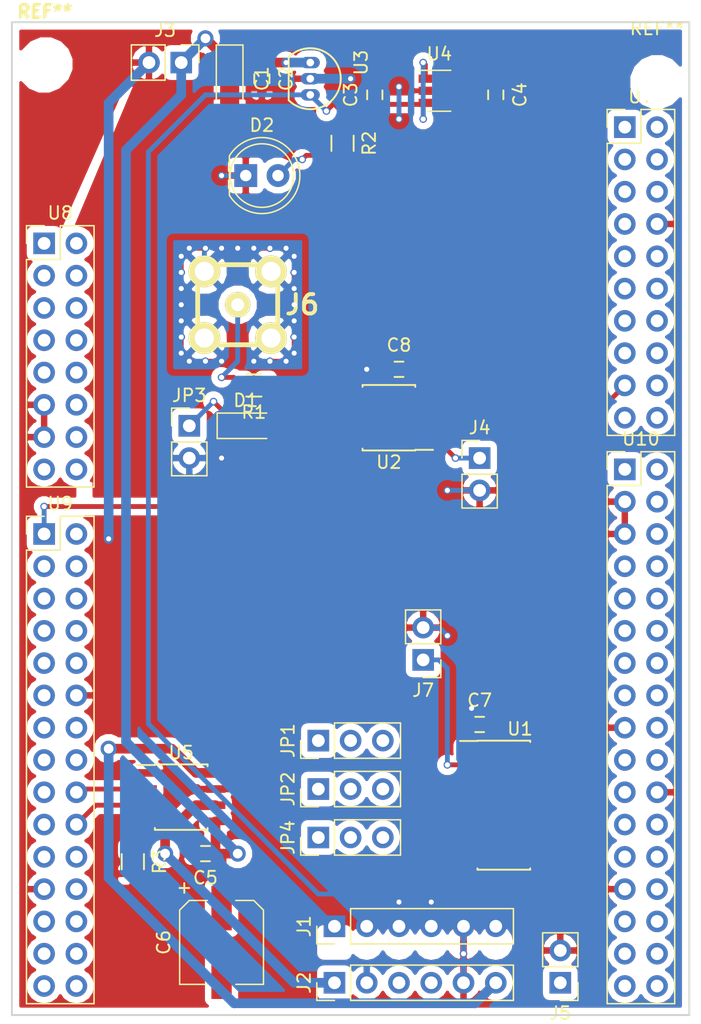
<source format=kicad_pcb>
(kicad_pcb (version 4) (host pcbnew 4.0.6)
  (layers (0 F.Cu signal) (31 B.Cu signal) (34 B.Paste user) (35 F.Paste user) (36 B.SilkS user) (37 F.SilkS user) (38 B.Mask user) (39 F.Mask user) (44 Edge.Cuts user))
  (net 0 "")
  (net 1 Vbat)
  (net 2 GND)
  (net 3 +5V)
  (net 4 +3.3VA)
  (net 5 "Net-(D1-Pad1)")
  (net 6 /ENVLP)
  (net 7 "Net-(D2-Pad2)")
  (net 8 "Net-(J1-Pad1)")
  (net 9 "Net-(J1-Pad3)")
  (net 10 "Net-(J1-Pad4)")
  (net 11 "Net-(J1-Pad6)")
  (net 12 /MOTOR+)
  (net 13 /Motor_encoder_A)
  (net 14 /Motor_encoder_B)
  (net 15 /MOTOR-)
  (net 16 /GAIN_buffered)
  (net 17 "Net-(J5-Pad1)")
  (net 18 "Net-(J6-Pad1)")
  (net 19 /CUI_encoder_A)
  (net 20 /ENCODER_A)
  (net 21 /CUI_encoder_B)
  (net 22 /ENCODER_B)
  (net 23 /CUI_encoder_X)
  (net 24 /ENCODER_X)
  (net 25 /Ext_index)
  (net 26 "Net-(R3-Pad1)")
  (net 27 /Tx_Pulse_buffered)
  (net 28 /Tx_Pulse)
  (net 29 /GAIN)
  (net 30 /ENVLP_buffered)
  (net 31 /MOTOR_PWM_REVERSE)
  (net 32 /MOTOR_PWM_FORWARD)
  (net 33 "Net-(U7-Pad1)")
  (net 34 "Net-(U7-Pad2)")
  (net 35 "Net-(U7-Pad4)")
  (net 36 "Net-(U7-Pad5)")
  (net 37 "Net-(U7-Pad6)")
  (net 38 "Net-(U7-Pad7)")
  (net 39 "Net-(U7-Pad9)")
  (net 40 "Net-(U7-Pad10)")
  (net 41 "Net-(U7-Pad11)")
  (net 42 "Net-(U7-Pad13)")
  (net 43 "Net-(U7-Pad14)")
  (net 44 "Net-(U7-Pad15)")
  (net 45 "Net-(U7-Pad16)")
  (net 46 "Net-(U7-Pad18)")
  (net 47 "Net-(U7-Pad19)")
  (net 48 "Net-(U7-Pad20)")
  (net 49 "Net-(U8-Pad1)")
  (net 50 "Net-(U8-Pad2)")
  (net 51 "Net-(U8-Pad3)")
  (net 52 "Net-(U8-Pad4)")
  (net 53 "Net-(U8-Pad5)")
  (net 54 "Net-(U8-Pad6)")
  (net 55 "Net-(U8-Pad7)")
  (net 56 "Net-(U8-Pad8)")
  (net 57 "Net-(U8-Pad9)")
  (net 58 "Net-(U8-Pad10)")
  (net 59 "Net-(U8-Pad14)")
  (net 60 "Net-(U8-Pad15)")
  (net 61 "Net-(U8-Pad16)")
  (net 62 "Net-(U9-Pad2)")
  (net 63 "Net-(U9-Pad3)")
  (net 64 "Net-(U9-Pad4)")
  (net 65 "Net-(U9-Pad5)")
  (net 66 "Net-(U9-Pad6)")
  (net 67 "Net-(U9-Pad7)")
  (net 68 "Net-(U9-Pad8)")
  (net 69 "Net-(U9-Pad9)")
  (net 70 "Net-(U9-Pad10)")
  (net 71 "Net-(U9-Pad11)")
  (net 72 "Net-(U9-Pad13)")
  (net 73 "Net-(U9-Pad14)")
  (net 74 "Net-(U9-Pad15)")
  (net 75 "Net-(U9-Pad16)")
  (net 76 "Net-(U9-Pad17)")
  (net 77 "Net-(U9-Pad19)")
  (net 78 "Net-(U9-Pad21)")
  (net 79 "Net-(U9-Pad22)")
  (net 80 "Net-(U9-Pad24)")
  (net 81 "Net-(U9-Pad25)")
  (net 82 "Net-(U9-Pad26)")
  (net 83 "Net-(U9-Pad27)")
  (net 84 "Net-(U9-Pad28)")
  (net 85 "Net-(U9-Pad29)")
  (net 86 "Net-(U9-Pad30)")
  (net 87 "Net-(U10-Pad1)")
  (net 88 "Net-(U10-Pad2)")
  (net 89 "Net-(U10-Pad4)")
  (net 90 "Net-(U10-Pad6)")
  (net 91 "Net-(U10-Pad7)")
  (net 92 "Net-(U10-Pad8)")
  (net 93 "Net-(U10-Pad9)")
  (net 94 "Net-(U10-Pad10)")
  (net 95 "Net-(U10-Pad11)")
  (net 96 "Net-(U10-Pad12)")
  (net 97 "Net-(U10-Pad13)")
  (net 98 "Net-(U10-Pad14)")
  (net 99 "Net-(U10-Pad15)")
  (net 100 "Net-(U10-Pad16)")
  (net 101 "Net-(U10-Pad18)")
  (net 102 "Net-(U10-Pad19)")
  (net 103 "Net-(U10-Pad20)")
  (net 104 "Net-(U10-Pad21)")
  (net 105 "Net-(U10-Pad23)")
  (net 106 "Net-(U10-Pad24)")
  (net 107 "Net-(U10-Pad25)")
  (net 108 "Net-(U10-Pad26)")
  (net 109 "Net-(U10-Pad28)")
  (net 110 "Net-(U10-Pad29)")
  (net 111 "Net-(U10-Pad30)")
  (net 112 "Net-(U10-Pad31)")
  (net 113 "Net-(U10-Pad32)")
  (net 114 "Net-(U10-Pad33)")
  (net 115 "Net-(U10-Pad34)")
  (module Mounting_Holes:MountingHole_3.2mm_M3 (layer F.Cu) (at 143.637 52.197)
    (fp_text reference REF** (at 0 -4.2) (layer F.SilkS))
    (fp_text value MountingHole_3.2mm_M3)
    (pad 1 np_thru_hole circle (at 0 0) (size 3.2 3.2) (drill 3.2) (layers *.Cu *.Mask))
  )
  (module Mounting_Holes:MountingHole_3.2mm_M3 (layer F.Cu) (at 143.51 52.324)
    (fp_text reference REF** (at 0 -4.2) (layer F.SilkS))
    (fp_text value MountingHole_3.2mm_M3)
    (pad 1 np_thru_hole circle (at 0 0) (size 3.2 3.2) (drill 3.2) (layers *.Cu *.Mask))
  )
  (module Capacitors_SMD:C_0603 (layer F.Cu) (at 160.655 53.34 270)
    (fp_text reference C2 (at 0 -1.9 270) (layer F.SilkS))
    (fp_text value 0.33uF)
    (pad 1 smd rect (at -0.75 0 270) (size 0.8 0.75) (layers F.Cu F.Paste F.Mask) (net 1 Vbat))
    (pad 2 smd rect (at 0.75 0 270) (size 0.8 0.75) (layers F.Cu F.Paste F.Mask) (net 2 GND))
  )
  (module Capacitors_SMD:C_0603 (layer F.Cu) (at 169.545 54.61 90)
    (fp_text reference C3 (at 0 -1.9 90) (layer F.SilkS))
    (fp_text value 100nF)
    (pad 1 smd rect (at -0.75 0 90) (size 0.8 0.75) (layers F.Cu F.Paste F.Mask) (net 3 +5V))
    (pad 2 smd rect (at 0.75 0 90) (size 0.8 0.75) (layers F.Cu F.Paste F.Mask) (net 2 GND))
  )
  (module Capacitors_SMD:C_0603 (layer F.Cu) (at 179.07 54.61 270)
    (fp_text reference C4 (at 0 -1.9 270) (layer F.SilkS))
    (fp_text value "1uF cer")
    (pad 1 smd rect (at -0.75 0 270) (size 0.8 0.75) (layers F.Cu F.Paste F.Mask) (net 4 +3.3VA))
    (pad 2 smd rect (at 0.75 0 270) (size 0.8 0.75) (layers F.Cu F.Paste F.Mask) (net 2 GND))
  )
  (module Capacitors_SMD:C_0603 (layer F.Cu) (at 156.21 114.3 180)
    (fp_text reference C5 (at 0 -1.9 180) (layer F.SilkS))
    (fp_text value "100nF cer")
    (pad 1 smd rect (at -0.75 0 180) (size 0.8 0.75) (layers F.Cu F.Paste F.Mask) (net 1 Vbat))
    (pad 2 smd rect (at 0.75 0 180) (size 0.8 0.75) (layers F.Cu F.Paste F.Mask) (net 2 GND))
  )
  (module Capacitors_SMD:CP_Elec_6.3x5.8 (layer F.Cu) (at 157.48 121.285 270)
    (fp_text reference C6 (at 0 4.56 270) (layer F.SilkS))
    (fp_text value 22uF)
    (fp_text user + (at -4.28 3.01 270) (layer F.SilkS))
    (pad 1 smd rect (at -2.7 0 90) (size 3.5 1.6) (layers F.Cu F.Paste F.Mask) (net 1 Vbat))
    (pad 2 smd rect (at 2.7 0 90) (size 3.5 1.6) (layers F.Cu F.Paste F.Mask) (net 2 GND))
  )
  (module Diodes_SMD:D_SOD-123 (layer F.Cu) (at 159.385 80.645)
    (fp_text reference D1 (at 0 -2) (layer F.SilkS))
    (fp_text value D_Schottky)
    (pad 1 smd rect (at -1.65 0) (size 0.9 1.2) (layers F.Cu F.Paste F.Mask) (net 5 "Net-(D1-Pad1)"))
    (pad 2 smd rect (at 1.65 0) (size 0.9 1.2) (layers F.Cu F.Paste F.Mask) (net 6 /ENVLP))
  )
  (module LEDs:LED_D5.0mm (layer F.Cu) (at 159.385 60.96)
    (fp_text reference D2 (at 1.27 -3.96) (layer F.SilkS))
    (fp_text value green)
    (pad 1 thru_hole rect (at 0 0) (size 1.8 1.8) (drill 0.9) (layers *.Cu *.Mask) (net 2 GND))
    (pad 2 thru_hole circle (at 2.54 0) (size 1.8 1.8) (drill 0.9) (layers *.Cu *.Mask) (net 7 "Net-(D2-Pad2)"))
  )
  (module Pin_Headers:Pin_Header_Straight_1x06_Pitch2.54mm (layer F.Cu) (at 166.37 120.015 90)
    (fp_text reference J1 (at 0 -2.39 90) (layer F.SilkS))
    (fp_text value CONN_01X06)
    (pad 1 thru_hole rect (at 0 0 90) (size 1.7 1.7) (drill 1) (layers *.Cu *.Mask) (net 8 "Net-(J1-Pad1)"))
    (pad 2 thru_hole oval (at 0 2.54 90) (size 1.7 1.7) (drill 1) (layers *.Cu *.Mask) (net 3 +5V))
    (pad 3 thru_hole oval (at 0 5.08 90) (size 1.7 1.7) (drill 1) (layers *.Cu *.Mask) (net 9 "Net-(J1-Pad3)"))
    (pad 4 thru_hole oval (at 0 7.62 90) (size 1.7 1.7) (drill 1) (layers *.Cu *.Mask) (net 10 "Net-(J1-Pad4)"))
    (pad 5 thru_hole oval (at 0 10.16 90) (size 1.7 1.7) (drill 1) (layers *.Cu *.Mask) (net 2 GND))
    (pad 6 thru_hole oval (at 0 12.7 90) (size 1.7 1.7) (drill 1) (layers *.Cu *.Mask) (net 11 "Net-(J1-Pad6)"))
  )
  (module Pin_Headers:Pin_Header_Straight_1x06_Pitch2.54mm (layer F.Cu) (at 166.37 124.46 90)
    (fp_text reference J2 (at 0 -2.39 90) (layer F.SilkS))
    (fp_text value CONN_01X06)
    (pad 1 thru_hole rect (at 0 0 90) (size 1.7 1.7) (drill 1) (layers *.Cu *.Mask) (net 12 /MOTOR+))
    (pad 2 thru_hole oval (at 0 2.54 90) (size 1.7 1.7) (drill 1) (layers *.Cu *.Mask) (net 4 +3.3VA))
    (pad 3 thru_hole oval (at 0 5.08 90) (size 1.7 1.7) (drill 1) (layers *.Cu *.Mask) (net 13 /Motor_encoder_A))
    (pad 4 thru_hole oval (at 0 7.62 90) (size 1.7 1.7) (drill 1) (layers *.Cu *.Mask) (net 14 /Motor_encoder_B))
    (pad 5 thru_hole oval (at 0 10.16 90) (size 1.7 1.7) (drill 1) (layers *.Cu *.Mask) (net 2 GND))
    (pad 6 thru_hole oval (at 0 12.7 90) (size 1.7 1.7) (drill 1) (layers *.Cu *.Mask) (net 15 /MOTOR-))
  )
  (module Pin_Headers:Pin_Header_Straight_1x02_Pitch2.54mm (layer F.Cu) (at 154.305 52.07 270)
    (fp_text reference J3 (at -2.54 1.27 360) (layer F.SilkS))
    (fp_text value CONN_01X02)
    (pad 1 thru_hole rect (at 0 0 270) (size 1.7 1.7) (drill 1) (layers *.Cu *.Mask) (net 1 Vbat))
    (pad 2 thru_hole oval (at 0 2.54 270) (size 1.7 1.7) (drill 1) (layers *.Cu *.Mask) (net 2 GND))
  )
  (module Pin_Headers:Pin_Header_Straight_1x02_Pitch2.54mm (layer F.Cu) (at 177.8 83.185)
    (fp_text reference J4 (at 0 -2.39) (layer F.SilkS))
    (fp_text value CONN_01X02)
    (pad 1 thru_hole rect (at 0 0) (size 1.7 1.7) (drill 1) (layers *.Cu *.Mask) (net 16 /GAIN_buffered))
    (pad 2 thru_hole oval (at 0 2.54) (size 1.7 1.7) (drill 1) (layers *.Cu *.Mask) (net 2 GND))
  )
  (module Pin_Headers:Pin_Header_Straight_1x02_Pitch2.54mm (layer F.Cu) (at 184.15 124.46 180)
    (fp_text reference J5 (at 0 -2.39 180) (layer F.SilkS))
    (fp_text value CONN_01X02)
    (pad 1 thru_hole rect (at 0 0 180) (size 1.7 1.7) (drill 1) (layers *.Cu *.Mask) (net 17 "Net-(J5-Pad1)"))
    (pad 2 thru_hole oval (at 0 2.54 180) (size 1.7 1.7) (drill 1) (layers *.Cu *.Mask) (net 2 GND))
  )
  (module custom:SMA_uxcell (layer F.Cu) (at 158.75 71.12 90)
    (fp_text reference J6 (at 0 5.08 180) (layer F.SilkS) (effects (font (thickness 0.3048))))
    (fp_text value CONN_COAXIAL hide)
    (pad 1 thru_hole circle (at 0 0 90) (size 1.99898 1.99898) (drill 1.00076) (layers *.Cu *.Mask F.SilkS) (net 18 "Net-(J6-Pad1)"))
    (pad 2 thru_hole circle (at 2.625 2.625 90) (size 2.5 2.5) (drill 1.5) (layers *.Cu *.Mask F.SilkS) (net 2 GND))
    (pad 2 thru_hole circle (at 2.625 -2.625 90) (size 2.5 2.5) (drill 1.5) (layers *.Cu *.Mask F.SilkS) (net 2 GND))
    (pad 2 thru_hole circle (at -2.625 2.625 90) (size 2.5 2.5) (drill 1.5) (layers *.Cu *.Mask F.SilkS) (net 2 GND))
    (pad 2 thru_hole circle (at -2.625 -2.625 90) (size 2.5 2.5) (drill 1.5) (layers *.Cu *.Mask F.SilkS) (net 2 GND))
  )
  (module Pin_Headers:Pin_Header_Straight_1x03_Pitch2.54mm (layer F.Cu) (at 165.1 105.41 90)
    (fp_text reference JP1 (at 0 -2.39 90) (layer F.SilkS))
    (fp_text value Jumper_NC_Dual)
    (pad 1 thru_hole rect (at 0 0 90) (size 1.7 1.7) (drill 1) (layers *.Cu *.Mask) (net 19 /CUI_encoder_A))
    (pad 2 thru_hole oval (at 0 2.54 90) (size 1.7 1.7) (drill 1) (layers *.Cu *.Mask) (net 20 /ENCODER_A))
    (pad 3 thru_hole oval (at 0 5.08 90) (size 1.7 1.7) (drill 1) (layers *.Cu *.Mask) (net 13 /Motor_encoder_A))
  )
  (module Pin_Headers:Pin_Header_Straight_1x03_Pitch2.54mm (layer F.Cu) (at 165.1 109.22 90)
    (fp_text reference JP2 (at 0 -2.39 90) (layer F.SilkS))
    (fp_text value Jumper_NC_Dual)
    (pad 1 thru_hole rect (at 0 0 90) (size 1.7 1.7) (drill 1) (layers *.Cu *.Mask) (net 21 /CUI_encoder_B))
    (pad 2 thru_hole oval (at 0 2.54 90) (size 1.7 1.7) (drill 1) (layers *.Cu *.Mask) (net 22 /ENCODER_B))
    (pad 3 thru_hole oval (at 0 5.08 90) (size 1.7 1.7) (drill 1) (layers *.Cu *.Mask) (net 14 /Motor_encoder_B))
  )
  (module Pin_Headers:Pin_Header_Straight_1x02_Pitch2.54mm (layer F.Cu) (at 154.94 80.645)
    (fp_text reference JP3 (at 0 -2.39) (layer F.SilkS))
    (fp_text value ENVLP_OVP)
    (pad 1 thru_hole rect (at 0 0) (size 1.7 1.7) (drill 1) (layers *.Cu *.Mask) (net 5 "Net-(D1-Pad1)"))
    (pad 2 thru_hole oval (at 0 2.54) (size 1.7 1.7) (drill 1) (layers *.Cu *.Mask) (net 4 +3.3VA))
  )
  (module Resistors_SMD:R_0805 (layer F.Cu) (at 160.02 77.47 180)
    (fp_text reference R1 (at 0 -2.1 180) (layer F.SilkS))
    (fp_text value 100)
    (pad 1 smd rect (at -0.95 0 180) (size 0.7 1.3) (layers F.Cu F.Paste F.Mask) (net 6 /ENVLP))
    (pad 2 smd rect (at 0.95 0 180) (size 0.7 1.3) (layers F.Cu F.Paste F.Mask) (net 18 "Net-(J6-Pad1)"))
  )
  (module Resistors_SMD:R_0805 (layer F.Cu) (at 167.005 58.42 270)
    (fp_text reference R2 (at 0 -2.1 270) (layer F.SilkS))
    (fp_text value 1k)
    (pad 1 smd rect (at -0.95 0 270) (size 0.7 1.3) (layers F.Cu F.Paste F.Mask) (net 3 +5V))
    (pad 2 smd rect (at 0.95 0 270) (size 0.7 1.3) (layers F.Cu F.Paste F.Mask) (net 7 "Net-(D2-Pad2)"))
  )
  (module Resistors_SMD:R_0805 (layer F.Cu) (at 150.495 114.935 270)
    (fp_text reference R3 (at 0 -2.1 270) (layer F.SilkS))
    (fp_text value 30k)
    (pad 1 smd rect (at -0.95 0 270) (size 0.7 1.3) (layers F.Cu F.Paste F.Mask) (net 26 "Net-(R3-Pad1)"))
    (pad 2 smd rect (at 0.95 0 270) (size 0.7 1.3) (layers F.Cu F.Paste F.Mask) (net 2 GND))
  )
  (module Housings_SOIC:SOIC-16_3.9x9.9mm_Pitch1.27mm (layer F.Cu) (at 179.705 110.49)
    (fp_text reference U1 (at 1.27 -6) (layer F.SilkS))
    (fp_text value 4050)
    (pad 1 smd rect (at -2.7 -4.445) (size 1.5 0.6) (layers F.Cu F.Paste F.Mask) (net 4 +3.3VA))
    (pad 2 smd rect (at -2.7 -3.175) (size 1.5 0.6) (layers F.Cu F.Paste F.Mask) (net 27 /Tx_Pulse_buffered))
    (pad 3 smd rect (at -2.7 -1.905) (size 1.5 0.6) (layers F.Cu F.Paste F.Mask) (net 28 /Tx_Pulse))
    (pad 4 smd rect (at -2.7 -0.635) (size 1.5 0.6) (layers F.Cu F.Paste F.Mask) (net 21 /CUI_encoder_B))
    (pad 5 smd rect (at -2.7 0.635) (size 1.5 0.6) (layers F.Cu F.Paste F.Mask) (net 8 "Net-(J1-Pad1)"))
    (pad 6 smd rect (at -2.7 1.905) (size 1.5 0.6) (layers F.Cu F.Paste F.Mask) (net 19 /CUI_encoder_A))
    (pad 7 smd rect (at -2.7 3.175) (size 1.5 0.6) (layers F.Cu F.Paste F.Mask) (net 9 "Net-(J1-Pad3)"))
    (pad 8 smd rect (at -2.7 4.445) (size 1.5 0.6) (layers F.Cu F.Paste F.Mask) (net 2 GND))
    (pad 9 smd rect (at 2.7 4.445) (size 1.5 0.6) (layers F.Cu F.Paste F.Mask) (net 10 "Net-(J1-Pad4)"))
    (pad 10 smd rect (at 2.7 3.175) (size 1.5 0.6) (layers F.Cu F.Paste F.Mask) (net 23 /CUI_encoder_X))
    (pad 11 smd rect (at 2.7 1.905) (size 1.5 0.6) (layers F.Cu F.Paste F.Mask) (net 17 "Net-(J5-Pad1)"))
    (pad 12 smd rect (at 2.7 0.635) (size 1.5 0.6) (layers F.Cu F.Paste F.Mask) (net 25 /Ext_index))
    (pad 13 smd rect (at 2.7 -0.635) (size 1.5 0.6) (layers F.Cu F.Paste F.Mask))
    (pad 14 smd rect (at 2.7 -1.905) (size 1.5 0.6) (layers F.Cu F.Paste F.Mask))
    (pad 15 smd rect (at 2.7 -3.175) (size 1.5 0.6) (layers F.Cu F.Paste F.Mask))
    (pad 16 smd rect (at 2.7 -4.445) (size 1.5 0.6) (layers F.Cu F.Paste F.Mask))
  )
  (module Housings_SOIC:SOIC-8_3.9x4.9mm_Pitch1.27mm (layer F.Cu) (at 170.655 80.01 180)
    (fp_text reference U2 (at 0 -3.5 180) (layer F.SilkS))
    (fp_text value TL072)
    (pad 1 smd rect (at -2.7 -1.905 180) (size 1.55 0.6) (layers F.Cu F.Paste F.Mask) (net 16 /GAIN_buffered))
    (pad 2 smd rect (at -2.7 -0.635 180) (size 1.55 0.6) (layers F.Cu F.Paste F.Mask) (net 16 /GAIN_buffered))
    (pad 3 smd rect (at -2.7 0.635 180) (size 1.55 0.6) (layers F.Cu F.Paste F.Mask) (net 29 /GAIN))
    (pad 4 smd rect (at -2.7 1.905 180) (size 1.55 0.6) (layers F.Cu F.Paste F.Mask) (net 2 GND))
    (pad 5 smd rect (at 2.7 1.905 180) (size 1.55 0.6) (layers F.Cu F.Paste F.Mask) (net 6 /ENVLP))
    (pad 6 smd rect (at 2.7 0.635 180) (size 1.55 0.6) (layers F.Cu F.Paste F.Mask) (net 30 /ENVLP_buffered))
    (pad 7 smd rect (at 2.7 -0.635 180) (size 1.55 0.6) (layers F.Cu F.Paste F.Mask) (net 30 /ENVLP_buffered))
    (pad 8 smd rect (at 2.7 -1.905 180) (size 1.55 0.6) (layers F.Cu F.Paste F.Mask) (net 4 +3.3VA))
  )
  (module TO_SOT_Packages_SMD:SOT-23-5 (layer F.Cu) (at 174.625 54.29)
    (fp_text reference U4 (at 0 -2.9) (layer F.SilkS))
    (fp_text value TLV70233DBV)
    (pad 1 smd rect (at -1.1 -0.95) (size 1.06 0.65) (layers F.Cu F.Paste F.Mask) (net 3 +5V))
    (pad 2 smd rect (at -1.1 0) (size 1.06 0.65) (layers F.Cu F.Paste F.Mask) (net 2 GND))
    (pad 3 smd rect (at -1.1 0.95) (size 1.06 0.65) (layers F.Cu F.Paste F.Mask) (net 3 +5V))
    (pad 4 smd rect (at 1.1 0.95) (size 1.06 0.65) (layers F.Cu F.Paste F.Mask))
    (pad 5 smd rect (at 1.1 -0.95) (size 1.06 0.65) (layers F.Cu F.Paste F.Mask) (net 4 +3.3VA))
  )
  (module Housings_SOIC:SOIC-8_3.9x4.9mm_Pitch1.27mm (layer F.Cu) (at 154.305 109.855)
    (fp_text reference U5 (at 0 -3.5) (layer F.SilkS))
    (fp_text value DRV8881)
    (pad 1 smd rect (at -2.7 -1.905) (size 1.55 0.6) (layers F.Cu F.Paste F.Mask) (net 2 GND))
    (pad 2 smd rect (at -2.7 -0.635) (size 1.55 0.6) (layers F.Cu F.Paste F.Mask) (net 31 /MOTOR_PWM_REVERSE))
    (pad 3 smd rect (at -2.7 0.635) (size 1.55 0.6) (layers F.Cu F.Paste F.Mask) (net 32 /MOTOR_PWM_FORWARD))
    (pad 4 smd rect (at -2.7 1.905) (size 1.55 0.6) (layers F.Cu F.Paste F.Mask) (net 26 "Net-(R3-Pad1)"))
    (pad 5 smd rect (at 2.7 1.905) (size 1.55 0.6) (layers F.Cu F.Paste F.Mask) (net 1 Vbat))
    (pad 6 smd rect (at 2.7 0.635) (size 1.55 0.6) (layers F.Cu F.Paste F.Mask) (net 12 /MOTOR+))
    (pad 7 smd rect (at 2.7 -0.635) (size 1.55 0.6) (layers F.Cu F.Paste F.Mask) (net 2 GND))
    (pad 8 smd rect (at 2.7 -1.905) (size 1.55 0.6) (layers F.Cu F.Paste F.Mask) (net 15 /MOTOR-))
  )
  (module Pin_Headers:Pin_Header_Straight_2x10_Pitch2.54mm (layer F.Cu) (at 189.23 57.15)
    (fp_text reference U7 (at 1.27 -2.39) (layer F.SilkS))
    (fp_text value ST_Nucleo144_F746ZG_CN7)
    (pad 1 thru_hole rect (at 0 0) (size 1.7 1.7) (drill 1) (layers *.Cu *.Mask) (net 33 "Net-(U7-Pad1)"))
    (pad 2 thru_hole oval (at 2.54 0) (size 1.7 1.7) (drill 1) (layers *.Cu *.Mask) (net 34 "Net-(U7-Pad2)"))
    (pad 3 thru_hole oval (at 0 2.54) (size 1.7 1.7) (drill 1) (layers *.Cu *.Mask) (net 28 /Tx_Pulse))
    (pad 4 thru_hole oval (at 2.54 2.54) (size 1.7 1.7) (drill 1) (layers *.Cu *.Mask) (net 35 "Net-(U7-Pad4)"))
    (pad 5 thru_hole oval (at 0 5.08) (size 1.7 1.7) (drill 1) (layers *.Cu *.Mask) (net 36 "Net-(U7-Pad5)"))
    (pad 6 thru_hole oval (at 2.54 5.08) (size 1.7 1.7) (drill 1) (layers *.Cu *.Mask) (net 37 "Net-(U7-Pad6)"))
    (pad 7 thru_hole oval (at 0 7.62) (size 1.7 1.7) (drill 1) (layers *.Cu *.Mask) (net 38 "Net-(U7-Pad7)"))
    (pad 8 thru_hole oval (at 2.54 7.62) (size 1.7 1.7) (drill 1) (layers *.Cu *.Mask) (net 2 GND))
    (pad 9 thru_hole oval (at 0 10.16) (size 1.7 1.7) (drill 1) (layers *.Cu *.Mask) (net 39 "Net-(U7-Pad9)"))
    (pad 10 thru_hole oval (at 2.54 10.16) (size 1.7 1.7) (drill 1) (layers *.Cu *.Mask) (net 40 "Net-(U7-Pad10)"))
    (pad 11 thru_hole oval (at 0 12.7) (size 1.7 1.7) (drill 1) (layers *.Cu *.Mask) (net 41 "Net-(U7-Pad11)"))
    (pad 12 thru_hole oval (at 2.54 12.7) (size 1.7 1.7) (drill 1) (layers *.Cu *.Mask) (net 24 /ENCODER_X))
    (pad 13 thru_hole oval (at 0 15.24) (size 1.7 1.7) (drill 1) (layers *.Cu *.Mask) (net 42 "Net-(U7-Pad13)"))
    (pad 14 thru_hole oval (at 2.54 15.24) (size 1.7 1.7) (drill 1) (layers *.Cu *.Mask) (net 43 "Net-(U7-Pad14)"))
    (pad 15 thru_hole oval (at 0 17.78) (size 1.7 1.7) (drill 1) (layers *.Cu *.Mask) (net 44 "Net-(U7-Pad15)"))
    (pad 16 thru_hole oval (at 2.54 17.78) (size 1.7 1.7) (drill 1) (layers *.Cu *.Mask) (net 45 "Net-(U7-Pad16)"))
    (pad 17 thru_hole oval (at 0 20.32) (size 1.7 1.7) (drill 1) (layers *.Cu *.Mask) (net 29 /GAIN))
    (pad 18 thru_hole oval (at 2.54 20.32) (size 1.7 1.7) (drill 1) (layers *.Cu *.Mask) (net 46 "Net-(U7-Pad18)"))
    (pad 19 thru_hole oval (at 0 22.86) (size 1.7 1.7) (drill 1) (layers *.Cu *.Mask) (net 47 "Net-(U7-Pad19)"))
    (pad 20 thru_hole oval (at 2.54 22.86) (size 1.7 1.7) (drill 1) (layers *.Cu *.Mask) (net 48 "Net-(U7-Pad20)"))
  )
  (module Pin_Headers:Pin_Header_Straight_2x08_Pitch2.54mm (layer F.Cu) (at 143.51 66.294)
    (fp_text reference U8 (at 1.27 -2.39) (layer F.SilkS))
    (fp_text value ST_Nucleo144_F746ZG_CN8)
    (pad 1 thru_hole rect (at 0 0) (size 1.7 1.7) (drill 1) (layers *.Cu *.Mask) (net 49 "Net-(U8-Pad1)"))
    (pad 2 thru_hole oval (at 2.54 0) (size 1.7 1.7) (drill 1) (layers *.Cu *.Mask) (net 50 "Net-(U8-Pad2)"))
    (pad 3 thru_hole oval (at 0 2.54) (size 1.7 1.7) (drill 1) (layers *.Cu *.Mask) (net 51 "Net-(U8-Pad3)"))
    (pad 4 thru_hole oval (at 2.54 2.54) (size 1.7 1.7) (drill 1) (layers *.Cu *.Mask) (net 52 "Net-(U8-Pad4)"))
    (pad 5 thru_hole oval (at 0 5.08) (size 1.7 1.7) (drill 1) (layers *.Cu *.Mask) (net 53 "Net-(U8-Pad5)"))
    (pad 6 thru_hole oval (at 2.54 5.08) (size 1.7 1.7) (drill 1) (layers *.Cu *.Mask) (net 54 "Net-(U8-Pad6)"))
    (pad 7 thru_hole oval (at 0 7.62) (size 1.7 1.7) (drill 1) (layers *.Cu *.Mask) (net 55 "Net-(U8-Pad7)"))
    (pad 8 thru_hole oval (at 2.54 7.62) (size 1.7 1.7) (drill 1) (layers *.Cu *.Mask) (net 56 "Net-(U8-Pad8)"))
    (pad 9 thru_hole oval (at 0 10.16) (size 1.7 1.7) (drill 1) (layers *.Cu *.Mask) (net 57 "Net-(U8-Pad9)"))
    (pad 10 thru_hole oval (at 2.54 10.16) (size 1.7 1.7) (drill 1) (layers *.Cu *.Mask) (net 58 "Net-(U8-Pad10)"))
    (pad 11 thru_hole oval (at 0 12.7) (size 1.7 1.7) (drill 1) (layers *.Cu *.Mask) (net 2 GND))
    (pad 12 thru_hole oval (at 2.54 12.7) (size 1.7 1.7) (drill 1) (layers *.Cu *.Mask) (net 20 /ENCODER_A))
    (pad 13 thru_hole oval (at 0 15.24) (size 1.7 1.7) (drill 1) (layers *.Cu *.Mask) (net 2 GND))
    (pad 14 thru_hole oval (at 2.54 15.24) (size 1.7 1.7) (drill 1) (layers *.Cu *.Mask) (net 59 "Net-(U8-Pad14)"))
    (pad 15 thru_hole oval (at 0 17.78) (size 1.7 1.7) (drill 1) (layers *.Cu *.Mask) (net 60 "Net-(U8-Pad15)"))
    (pad 16 thru_hole oval (at 2.54 17.78) (size 1.7 1.7) (drill 1) (layers *.Cu *.Mask) (net 61 "Net-(U8-Pad16)"))
  )
  (module Pin_Headers:Pin_Header_Straight_2x15_Pitch2.54mm (layer F.Cu) (at 143.51 89.154)
    (fp_text reference U9 (at 1.27 -2.39) (layer F.SilkS))
    (fp_text value ST__Nucleo144_F746ZG_CN9)
    (pad 1 thru_hole rect (at 0 0) (size 1.7 1.7) (drill 1) (layers *.Cu *.Mask) (net 30 /ENVLP_buffered))
    (pad 2 thru_hole oval (at 2.54 0) (size 1.7 1.7) (drill 1) (layers *.Cu *.Mask) (net 62 "Net-(U9-Pad2)"))
    (pad 3 thru_hole oval (at 0 2.54) (size 1.7 1.7) (drill 1) (layers *.Cu *.Mask) (net 63 "Net-(U9-Pad3)"))
    (pad 4 thru_hole oval (at 2.54 2.54) (size 1.7 1.7) (drill 1) (layers *.Cu *.Mask) (net 64 "Net-(U9-Pad4)"))
    (pad 5 thru_hole oval (at 0 5.08) (size 1.7 1.7) (drill 1) (layers *.Cu *.Mask) (net 65 "Net-(U9-Pad5)"))
    (pad 6 thru_hole oval (at 2.54 5.08) (size 1.7 1.7) (drill 1) (layers *.Cu *.Mask) (net 66 "Net-(U9-Pad6)"))
    (pad 7 thru_hole oval (at 0 7.62) (size 1.7 1.7) (drill 1) (layers *.Cu *.Mask) (net 67 "Net-(U9-Pad7)"))
    (pad 8 thru_hole oval (at 2.54 7.62) (size 1.7 1.7) (drill 1) (layers *.Cu *.Mask) (net 68 "Net-(U9-Pad8)"))
    (pad 9 thru_hole oval (at 0 10.16) (size 1.7 1.7) (drill 1) (layers *.Cu *.Mask) (net 69 "Net-(U9-Pad9)"))
    (pad 10 thru_hole oval (at 2.54 10.16) (size 1.7 1.7) (drill 1) (layers *.Cu *.Mask) (net 70 "Net-(U9-Pad10)"))
    (pad 11 thru_hole oval (at 0 12.7) (size 1.7 1.7) (drill 1) (layers *.Cu *.Mask) (net 71 "Net-(U9-Pad11)"))
    (pad 12 thru_hole oval (at 2.54 12.7) (size 1.7 1.7) (drill 1) (layers *.Cu *.Mask) (net 2 GND))
    (pad 13 thru_hole oval (at 0 15.24) (size 1.7 1.7) (drill 1) (layers *.Cu *.Mask) (net 72 "Net-(U9-Pad13)"))
    (pad 14 thru_hole oval (at 2.54 15.24) (size 1.7 1.7) (drill 1) (layers *.Cu *.Mask) (net 73 "Net-(U9-Pad14)"))
    (pad 15 thru_hole oval (at 0 17.78) (size 1.7 1.7) (drill 1) (layers *.Cu *.Mask) (net 74 "Net-(U9-Pad15)"))
    (pad 16 thru_hole oval (at 2.54 17.78) (size 1.7 1.7) (drill 1) (layers *.Cu *.Mask) (net 75 "Net-(U9-Pad16)"))
    (pad 17 thru_hole oval (at 0 20.32) (size 1.7 1.7) (drill 1) (layers *.Cu *.Mask) (net 76 "Net-(U9-Pad17)"))
    (pad 18 thru_hole oval (at 2.54 20.32) (size 1.7 1.7) (drill 1) (layers *.Cu *.Mask) (net 31 /MOTOR_PWM_REVERSE))
    (pad 19 thru_hole oval (at 0 22.86) (size 1.7 1.7) (drill 1) (layers *.Cu *.Mask) (net 77 "Net-(U9-Pad19)"))
    (pad 20 thru_hole oval (at 2.54 22.86) (size 1.7 1.7) (drill 1) (layers *.Cu *.Mask) (net 32 /MOTOR_PWM_FORWARD))
    (pad 21 thru_hole oval (at 0 25.4) (size 1.7 1.7) (drill 1) (layers *.Cu *.Mask) (net 78 "Net-(U9-Pad21)"))
    (pad 22 thru_hole oval (at 2.54 25.4) (size 1.7 1.7) (drill 1) (layers *.Cu *.Mask) (net 79 "Net-(U9-Pad22)"))
    (pad 23 thru_hole oval (at 0 27.94) (size 1.7 1.7) (drill 1) (layers *.Cu *.Mask) (net 2 GND))
    (pad 24 thru_hole oval (at 2.54 27.94) (size 1.7 1.7) (drill 1) (layers *.Cu *.Mask) (net 80 "Net-(U9-Pad24)"))
    (pad 25 thru_hole oval (at 0 30.48) (size 1.7 1.7) (drill 1) (layers *.Cu *.Mask) (net 81 "Net-(U9-Pad25)"))
    (pad 26 thru_hole oval (at 2.54 30.48) (size 1.7 1.7) (drill 1) (layers *.Cu *.Mask) (net 82 "Net-(U9-Pad26)"))
    (pad 27 thru_hole oval (at 0 33.02) (size 1.7 1.7) (drill 1) (layers *.Cu *.Mask) (net 83 "Net-(U9-Pad27)"))
    (pad 28 thru_hole oval (at 2.54 33.02) (size 1.7 1.7) (drill 1) (layers *.Cu *.Mask) (net 84 "Net-(U9-Pad28)"))
    (pad 29 thru_hole oval (at 0 35.56) (size 1.7 1.7) (drill 1) (layers *.Cu *.Mask) (net 85 "Net-(U9-Pad29)"))
    (pad 30 thru_hole oval (at 2.54 35.56) (size 1.7 1.7) (drill 1) (layers *.Cu *.Mask) (net 86 "Net-(U9-Pad30)"))
  )
  (module Pin_Headers:Pin_Header_Straight_2x17_Pitch2.54mm (layer F.Cu) (at 189.23 84.074)
    (fp_text reference U10 (at 1.27 -2.39) (layer F.SilkS))
    (fp_text value ST_Nucleo144_F746ZG_CN10)
    (pad 1 thru_hole rect (at 0 0) (size 1.7 1.7) (drill 1) (layers *.Cu *.Mask) (net 87 "Net-(U10-Pad1)"))
    (pad 2 thru_hole oval (at 2.54 0) (size 1.7 1.7) (drill 1) (layers *.Cu *.Mask) (net 88 "Net-(U10-Pad2)"))
    (pad 3 thru_hole oval (at 0 2.54) (size 1.7 1.7) (drill 1) (layers *.Cu *.Mask) (net 2 GND))
    (pad 4 thru_hole oval (at 2.54 2.54) (size 1.7 1.7) (drill 1) (layers *.Cu *.Mask) (net 89 "Net-(U10-Pad4)"))
    (pad 5 thru_hole oval (at 0 5.08) (size 1.7 1.7) (drill 1) (layers *.Cu *.Mask) (net 2 GND))
    (pad 6 thru_hole oval (at 2.54 5.08) (size 1.7 1.7) (drill 1) (layers *.Cu *.Mask) (net 90 "Net-(U10-Pad6)"))
    (pad 7 thru_hole oval (at 0 7.62) (size 1.7 1.7) (drill 1) (layers *.Cu *.Mask) (net 91 "Net-(U10-Pad7)"))
    (pad 8 thru_hole oval (at 2.54 7.62) (size 1.7 1.7) (drill 1) (layers *.Cu *.Mask) (net 92 "Net-(U10-Pad8)"))
    (pad 9 thru_hole oval (at 0 10.16) (size 1.7 1.7) (drill 1) (layers *.Cu *.Mask) (net 93 "Net-(U10-Pad9)"))
    (pad 10 thru_hole oval (at 2.54 10.16) (size 1.7 1.7) (drill 1) (layers *.Cu *.Mask) (net 94 "Net-(U10-Pad10)"))
    (pad 11 thru_hole oval (at 0 12.7) (size 1.7 1.7) (drill 1) (layers *.Cu *.Mask) (net 95 "Net-(U10-Pad11)"))
    (pad 12 thru_hole oval (at 2.54 12.7) (size 1.7 1.7) (drill 1) (layers *.Cu *.Mask) (net 96 "Net-(U10-Pad12)"))
    (pad 13 thru_hole oval (at 0 15.24) (size 1.7 1.7) (drill 1) (layers *.Cu *.Mask) (net 97 "Net-(U10-Pad13)"))
    (pad 14 thru_hole oval (at 2.54 15.24) (size 1.7 1.7) (drill 1) (layers *.Cu *.Mask) (net 98 "Net-(U10-Pad14)"))
    (pad 15 thru_hole oval (at 0 17.78) (size 1.7 1.7) (drill 1) (layers *.Cu *.Mask) (net 99 "Net-(U10-Pad15)"))
    (pad 16 thru_hole oval (at 2.54 17.78) (size 1.7 1.7) (drill 1) (layers *.Cu *.Mask) (net 100 "Net-(U10-Pad16)"))
    (pad 17 thru_hole oval (at 0 20.32) (size 1.7 1.7) (drill 1) (layers *.Cu *.Mask) (net 2 GND))
    (pad 18 thru_hole oval (at 2.54 20.32) (size 1.7 1.7) (drill 1) (layers *.Cu *.Mask) (net 101 "Net-(U10-Pad18)"))
    (pad 19 thru_hole oval (at 0 22.86) (size 1.7 1.7) (drill 1) (layers *.Cu *.Mask) (net 102 "Net-(U10-Pad19)"))
    (pad 20 thru_hole oval (at 2.54 22.86) (size 1.7 1.7) (drill 1) (layers *.Cu *.Mask) (net 103 "Net-(U10-Pad20)"))
    (pad 21 thru_hole oval (at 0 25.4) (size 1.7 1.7) (drill 1) (layers *.Cu *.Mask) (net 104 "Net-(U10-Pad21)"))
    (pad 22 thru_hole oval (at 2.54 25.4) (size 1.7 1.7) (drill 1) (layers *.Cu *.Mask) (net 2 GND))
    (pad 23 thru_hole oval (at 0 27.94) (size 1.7 1.7) (drill 1) (layers *.Cu *.Mask) (net 105 "Net-(U10-Pad23)"))
    (pad 24 thru_hole oval (at 2.54 27.94) (size 1.7 1.7) (drill 1) (layers *.Cu *.Mask) (net 106 "Net-(U10-Pad24)"))
    (pad 25 thru_hole oval (at 0 30.48) (size 1.7 1.7) (drill 1) (layers *.Cu *.Mask) (net 107 "Net-(U10-Pad25)"))
    (pad 26 thru_hole oval (at 2.54 30.48) (size 1.7 1.7) (drill 1) (layers *.Cu *.Mask) (net 108 "Net-(U10-Pad26)"))
    (pad 27 thru_hole oval (at 0 33.02) (size 1.7 1.7) (drill 1) (layers *.Cu *.Mask) (net 2 GND))
    (pad 28 thru_hole oval (at 2.54 33.02) (size 1.7 1.7) (drill 1) (layers *.Cu *.Mask) (net 109 "Net-(U10-Pad28)"))
    (pad 29 thru_hole oval (at 0 35.56) (size 1.7 1.7) (drill 1) (layers *.Cu *.Mask) (net 110 "Net-(U10-Pad29)"))
    (pad 30 thru_hole oval (at 2.54 35.56) (size 1.7 1.7) (drill 1) (layers *.Cu *.Mask) (net 111 "Net-(U10-Pad30)"))
    (pad 31 thru_hole oval (at 0 38.1) (size 1.7 1.7) (drill 1) (layers *.Cu *.Mask) (net 112 "Net-(U10-Pad31)"))
    (pad 32 thru_hole oval (at 2.54 38.1) (size 1.7 1.7) (drill 1) (layers *.Cu *.Mask) (net 113 "Net-(U10-Pad32)"))
    (pad 33 thru_hole oval (at 0 40.64) (size 1.7 1.7) (drill 1) (layers *.Cu *.Mask) (net 114 "Net-(U10-Pad33)"))
    (pad 34 thru_hole oval (at 2.54 40.64) (size 1.7 1.7) (drill 1) (layers *.Cu *.Mask) (net 115 "Net-(U10-Pad34)"))
  )
  (module Mounting_Holes:MountingHole_3.2mm_M3 (layer F.Cu) (at 191.77 53.594)
    (fp_text reference REF** (at 0 -4.2) (layer F.SilkS))
    (fp_text value MountingHole_3.2mm_M3)
    (pad 1 np_thru_hole circle (at 0 0) (size 3.2 3.2) (drill 3.2) (layers *.Cu *.Mask))
  )
  (module TO_SOT_Packages_THT:TO-92_Inline_Narrow_Oval (layer F.Cu) (at 164.465 52.07 270)
    (fp_text reference U3 (at 0 -4 270) (layer F.SilkS))
    (fp_text value LM7805CT)
    (pad 2 thru_hole oval (at 1.27 0 90) (size 0.89916 1.50114) (drill 0.6) (layers *.Cu *.Mask) (net 2 GND))
    (pad 3 thru_hole oval (at 2.54 0 90) (size 0.89916 1.50114) (drill 0.6) (layers *.Cu *.Mask) (net 3 +5V))
    (pad 1 thru_hole oval (at 0 0 90) (size 0.89916 1.50114) (drill 0.6) (layers *.Cu *.Mask) (net 1 Vbat))
  )
  (module Capacitors_SMD:C_0603 (layer F.Cu) (at 177.8 104.14)
    (fp_text reference C7 (at 0 -1.9) (layer F.SilkS))
    (fp_text value 100nF)
    (pad 1 smd rect (at -0.75 0) (size 0.8 0.75) (layers F.Cu F.Paste F.Mask) (net 4 +3.3VA))
    (pad 2 smd rect (at 0.75 0) (size 0.8 0.75) (layers F.Cu F.Paste F.Mask) (net 2 GND))
  )
  (module Capacitors_SMD:C_0603 (layer F.Cu) (at 171.45 76.2)
    (fp_text reference C8 (at 0 -1.9) (layer F.SilkS))
    (fp_text value 100nF)
    (pad 1 smd rect (at -0.75 0) (size 0.8 0.75) (layers F.Cu F.Paste F.Mask) (net 4 +3.3VA))
    (pad 2 smd rect (at 0.75 0) (size 0.8 0.75) (layers F.Cu F.Paste F.Mask) (net 2 GND))
  )
  (module Capacitors_Tantalum_SMD:CP_Tantalum_Case-A_EIA-3216-18_Reflow (layer F.Cu) (at 158.115 53.34 270)
    (fp_text reference C1 (at 0 -2.55 270) (layer F.SilkS))
    (fp_text value "10uF tant")
    (pad 1 smd rect (at -1.375 0 270) (size 1.95 1.5) (layers F.Cu F.Paste F.Mask) (net 1 Vbat))
    (pad 2 smd rect (at 1.375 0 270) (size 1.95 1.5) (layers F.Cu F.Paste F.Mask) (net 2 GND))
  )
  (module Pin_Headers:Pin_Header_Straight_1x02_Pitch2.54mm (layer F.Cu) (at 173.355 99.06 180)
    (fp_text reference J7 (at 0 -2.39 180) (layer F.SilkS))
    (fp_text value CONN_01X02)
    (pad 1 thru_hole rect (at 0 0 180) (size 1.7 1.7) (drill 1) (layers *.Cu *.Mask) (net 27 /Tx_Pulse_buffered))
    (pad 2 thru_hole oval (at 0 2.54 180) (size 1.7 1.7) (drill 1) (layers *.Cu *.Mask) (net 2 GND))
  )
  (module Pin_Headers:Pin_Header_Straight_1x03_Pitch2.54mm (layer F.Cu) (at 165.1 113.03 90)
    (fp_text reference JP4 (at 0 -2.39 90) (layer F.SilkS))
    (fp_text value Jumper_NC_Dual)
    (pad 1 thru_hole rect (at 0 0 90) (size 1.7 1.7) (drill 1) (layers *.Cu *.Mask) (net 23 /CUI_encoder_X))
    (pad 2 thru_hole oval (at 0 2.54 90) (size 1.7 1.7) (drill 1) (layers *.Cu *.Mask) (net 24 /ENCODER_X))
    (pad 3 thru_hole oval (at 0 5.08 90) (size 1.7 1.7) (drill 1) (layers *.Cu *.Mask) (net 25 /Ext_index))
  )
  (gr_line (start 140.97 127) (end 140.97 48.895) (layer Edge.Cuts) (width 0.15))
  (gr_line (start 194.31 127) (end 140.97 127) (layer Edge.Cuts) (width 0.15))
  (gr_line (start 194.31 48.895) (end 194.31 127) (layer Edge.Cuts) (width 0.15))
  (gr_line (start 140.97 48.895) (end 194.31 48.895) (layer Edge.Cuts) (width 0.15))
  (segment (start 158.115001 113.665001) (end 158.75 114.3) (width 0.762) (layer B.Cu) (net 1))
  (segment (start 149.957685 105.507685) (end 158.115001 113.665001) (width 0.762) (layer B.Cu) (net 1))
  (segment (start 154.305 54.61) (end 149.957685 58.957315) (width 0.762) (layer B.Cu) (net 1))
  (segment (start 154.305 52.07) (end 154.305 54.61) (width 0.762) (layer B.Cu) (net 1))
  (segment (start 149.957685 58.957315) (end 149.957685 105.507685) (width 0.762) (layer B.Cu) (net 1))
  (segment (start 158.115 51.965) (end 158.01 51.965) (width 0.762) (layer F.Cu) (net 1))
  (segment (start 158.01 51.965) (end 156.21 50.165) (width 0.762) (layer F.Cu) (net 1))
  (segment (start 154.305 52.07) (end 156.21 50.165) (width 0.762) (layer B.Cu) (net 1))
  (via (at 156.21 50.165) (size 1.27) (drill 0.762) (layers F.Cu B.Cu) (net 1))
  (segment (start 157.48 118.585) (end 157.48 114.73) (width 0.762) (layer F.Cu) (net 1))
  (segment (start 157.48 114.73) (end 157.005 114.255) (width 0.762) (layer F.Cu) (net 1))
  (segment (start 157.005 111.76) (end 157.005 114.255) (width 0.762) (layer F.Cu) (net 1))
  (segment (start 157.005 114.255) (end 156.96 114.3) (width 0.762) (layer F.Cu) (net 1))
  (segment (start 158.75 114.3) (end 156.96 114.3) (width 0.762) (layer F.Cu) (net 1))
  (via (at 158.75 114.3) (size 1.27) (drill 0.762) (layers F.Cu B.Cu) (net 1))
  (segment (start 162.56 52.07) (end 164.465 52.07) (width 0.762) (layer B.Cu) (net 1))
  (segment (start 161.175 52.07) (end 162.56 52.07) (width 0.762) (layer F.Cu) (net 1))
  (via (at 162.56 52.07) (size 0.6) (drill 0.4) (layers F.Cu B.Cu) (net 1))
  (segment (start 160.655 52.59) (end 161.175 52.07) (width 0.762) (layer F.Cu) (net 1))
  (segment (start 158.115 51.965) (end 160.03 51.965) (width 0.762) (layer F.Cu) (net 1))
  (segment (start 160.03 51.965) (end 160.655 52.59) (width 0.762) (layer F.Cu) (net 1))
  (segment (start 158.01 52.07) (end 158.115 51.965) (width 0.762) (layer F.Cu) (net 1))
  (segment (start 176.53 120.015) (end 176.53 122.174) (width 0.381) (layer B.Cu) (net 2))
  (segment (start 176.53 124.46) (end 176.53 122.174) (width 0.381) (layer B.Cu) (net 2))
  (via (at 176.53 122.174) (size 0.6) (drill 0.4) (layers F.Cu B.Cu) (net 2))
  (segment (start 148.59 55.245) (end 148.59 89.535) (width 0.762) (layer B.Cu) (net 2))
  (via (at 148.59 89.535) (size 0.6) (drill 0.4) (layers F.Cu B.Cu) (net 2))
  (segment (start 151.765 52.07) (end 148.59 55.245) (width 0.762) (layer B.Cu) (net 2))
  (segment (start 177.8 85.725) (end 175.26 85.725) (width 0.381) (layer B.Cu) (net 2))
  (via (at 175.26 85.725) (size 0.6) (drill 0.4) (layers F.Cu B.Cu) (net 2))
  (segment (start 173.355 96.52) (end 174.625 96.52) (width 0.381) (layer B.Cu) (net 2))
  (segment (start 174.625 96.52) (end 175.26 97.155) (width 0.381) (layer B.Cu) (net 2))
  (via (at 175.26 97.155) (size 0.6) (drill 0.4) (layers F.Cu B.Cu) (net 2))
  (segment (start 161.29 66.675) (end 160.02 66.675) (width 0.381) (layer F.Cu) (net 2))
  (segment (start 162.56 66.675) (end 161.29 66.675) (width 0.381) (layer B.Cu) (net 2))
  (via (at 161.29 66.675) (size 0.6) (drill 0.4) (layers F.Cu B.Cu) (net 2))
  (segment (start 163.195 67.31) (end 162.56 66.675) (width 0.381) (layer F.Cu) (net 2))
  (via (at 162.56 66.675) (size 0.6) (drill 0.4) (layers F.Cu B.Cu) (net 2))
  (segment (start 163.195 68.58) (end 163.195 67.31) (width 0.381) (layer B.Cu) (net 2))
  (via (at 163.195 67.31) (size 0.6) (drill 0.4) (layers F.Cu B.Cu) (net 2))
  (segment (start 163.195 69.85) (end 163.195 68.58) (width 0.381) (layer F.Cu) (net 2))
  (via (at 163.195 68.58) (size 0.6) (drill 0.4) (layers F.Cu B.Cu) (net 2))
  (segment (start 163.195 71.12) (end 163.195 69.85) (width 0.381) (layer B.Cu) (net 2))
  (via (at 163.195 69.85) (size 0.6) (drill 0.4) (layers F.Cu B.Cu) (net 2))
  (segment (start 163.195 72.39) (end 163.195 71.12) (width 0.381) (layer F.Cu) (net 2))
  (via (at 163.195 71.12) (size 0.6) (drill 0.4) (layers F.Cu B.Cu) (net 2))
  (segment (start 163.195 73.66) (end 163.195 72.39) (width 0.381) (layer B.Cu) (net 2))
  (via (at 163.195 72.39) (size 0.6) (drill 0.4) (layers F.Cu B.Cu) (net 2))
  (segment (start 163.195 74.93) (end 163.195 73.66) (width 0.381) (layer F.Cu) (net 2))
  (via (at 163.195 73.66) (size 0.6) (drill 0.4) (layers F.Cu B.Cu) (net 2))
  (segment (start 162.56 75.565) (end 163.195 74.93) (width 0.381) (layer B.Cu) (net 2))
  (via (at 163.195 74.93) (size 0.6) (drill 0.4) (layers F.Cu B.Cu) (net 2))
  (segment (start 161.29 75.565) (end 162.56 75.565) (width 0.381) (layer F.Cu) (net 2))
  (via (at 162.56 75.565) (size 0.6) (drill 0.4) (layers F.Cu B.Cu) (net 2))
  (segment (start 160.02 75.565) (end 161.29 75.565) (width 0.381) (layer B.Cu) (net 2))
  (via (at 161.29 75.565) (size 0.6) (drill 0.4) (layers F.Cu B.Cu) (net 2))
  (segment (start 157.48 75.565) (end 160.02 75.565) (width 0.381) (layer F.Cu) (net 2))
  (via (at 160.02 75.565) (size 0.6) (drill 0.4) (layers F.Cu B.Cu) (net 2))
  (segment (start 156.21 75.565) (end 157.48 75.565) (width 0.381) (layer F.Cu) (net 2))
  (via (at 157.48 75.565) (size 0.6) (drill 0.4) (layers F.Cu B.Cu) (net 2))
  (segment (start 154.94 75.565) (end 156.21 75.565) (width 0.381) (layer B.Cu) (net 2))
  (via (at 156.21 75.565) (size 0.6) (drill 0.4) (layers F.Cu B.Cu) (net 2))
  (segment (start 154.305 74.93) (end 154.94 75.565) (width 0.381) (layer F.Cu) (net 2))
  (via (at 154.94 75.565) (size 0.6) (drill 0.4) (layers F.Cu B.Cu) (net 2))
  (segment (start 154.305 73.66) (end 154.305 74.93) (width 0.381) (layer F.Cu) (net 2))
  (via (at 154.305 74.93) (size 0.6) (drill 0.4) (layers F.Cu B.Cu) (net 2))
  (segment (start 154.305 72.39) (end 154.305 73.66) (width 0.381) (layer B.Cu) (net 2))
  (via (at 154.305 73.66) (size 0.6) (drill 0.4) (layers F.Cu B.Cu) (net 2))
  (segment (start 154.305 71.12) (end 154.305 72.39) (width 0.381) (layer F.Cu) (net 2))
  (via (at 154.305 72.39) (size 0.6) (drill 0.4) (layers F.Cu B.Cu) (net 2))
  (via (at 154.305 71.12) (size 0.6) (drill 0.4) (layers F.Cu B.Cu) (net 2))
  (segment (start 154.305 69.85) (end 154.305 71.12) (width 0.381) (layer F.Cu) (net 2))
  (segment (start 154.305 68.58) (end 154.305 69.85) (width 0.381) (layer B.Cu) (net 2))
  (via (at 154.305 69.85) (size 0.6) (drill 0.4) (layers F.Cu B.Cu) (net 2))
  (segment (start 154.305 67.31) (end 154.305 68.58) (width 0.381) (layer F.Cu) (net 2))
  (via (at 154.305 68.58) (size 0.6) (drill 0.4) (layers F.Cu B.Cu) (net 2))
  (segment (start 154.94 66.675) (end 154.305 67.31) (width 0.381) (layer B.Cu) (net 2))
  (via (at 154.305 67.31) (size 0.6) (drill 0.4) (layers F.Cu B.Cu) (net 2))
  (segment (start 156.21 66.675) (end 154.94 66.675) (width 0.381) (layer F.Cu) (net 2))
  (via (at 154.94 66.675) (size 0.6) (drill 0.4) (layers F.Cu B.Cu) (net 2))
  (segment (start 156.125 68.495) (end 156.125 66.76) (width 0.381) (layer B.Cu) (net 2))
  (segment (start 156.125 66.76) (end 156.21 66.675) (width 0.381) (layer B.Cu) (net 2))
  (via (at 156.21 66.675) (size 0.6) (drill 0.4) (layers F.Cu B.Cu) (net 2))
  (segment (start 158.75 66.675) (end 160.02 66.675) (width 0.381) (layer B.Cu) (net 2))
  (via (at 160.02 66.675) (size 0.6) (drill 0.4) (layers F.Cu B.Cu) (net 2))
  (segment (start 157.48 66.675) (end 158.75 66.675) (width 0.381) (layer F.Cu) (net 2))
  (via (at 158.75 66.675) (size 0.6) (drill 0.4) (layers F.Cu B.Cu) (net 2))
  (segment (start 156.125 68.495) (end 156.125 68.03) (width 0.381) (layer B.Cu) (net 2))
  (segment (start 156.125 68.03) (end 157.48 66.675) (width 0.381) (layer B.Cu) (net 2))
  (via (at 157.48 66.675) (size 0.6) (drill 0.4) (layers F.Cu B.Cu) (net 2))
  (segment (start 159.385 60.96) (end 157.48 60.96) (width 0.381) (layer B.Cu) (net 2))
  (via (at 157.48 60.96) (size 0.6) (drill 0.4) (layers F.Cu B.Cu) (net 2))
  (segment (start 171.45 53.975) (end 171.45 56.515) (width 0.381) (layer B.Cu) (net 2))
  (via (at 171.45 56.515) (size 0.6) (drill 0.4) (layers F.Cu B.Cu) (net 2))
  (segment (start 173.525 54.29) (end 171.765 54.29) (width 0.381) (layer F.Cu) (net 2))
  (via (at 171.45 53.975) (size 0.6) (drill 0.4) (layers F.Cu B.Cu) (net 2))
  (segment (start 171.765 54.29) (end 171.45 53.975) (width 0.381) (layer F.Cu) (net 2))
  (segment (start 164.465 53.34) (end 167.64 53.34) (width 0.762) (layer B.Cu) (net 2))
  (via (at 167.64 53.34) (size 0.6) (drill 0.4) (layers F.Cu B.Cu) (net 2))
  (segment (start 168.91 120.015) (end 166.37 117.475) (width 0.381) (layer B.Cu) (net 3))
  (segment (start 151.717963 59.102037) (end 156.21 54.61) (width 0.381) (layer B.Cu) (net 3))
  (segment (start 156.21 54.61) (end 164.465 54.61) (width 0.381) (layer B.Cu) (net 3))
  (segment (start 166.37 117.475) (end 165.1 117.475) (width 0.381) (layer B.Cu) (net 3))
  (segment (start 165.1 117.475) (end 151.717963 104.092963) (width 0.381) (layer B.Cu) (net 3))
  (segment (start 151.717963 104.092963) (end 151.717963 59.102037) (width 0.381) (layer B.Cu) (net 3))
  (segment (start 165.735 55.88) (end 166.255 55.36) (width 0.381) (layer F.Cu) (net 3))
  (segment (start 166.255 55.36) (end 166.37 55.36) (width 0.381) (layer F.Cu) (net 3))
  (segment (start 164.465 54.61) (end 165.735 55.88) (width 0.381) (layer B.Cu) (net 3))
  (via (at 165.735 55.88) (size 0.6) (drill 0.4) (layers F.Cu B.Cu) (net 3))
  (segment (start 173.355 56.515) (end 173.355 55.41) (width 0.381) (layer F.Cu) (net 3))
  (segment (start 173.355 55.41) (end 173.525 55.24) (width 0.381) (layer F.Cu) (net 3))
  (segment (start 173.355 52.07) (end 173.355 56.515) (width 0.381) (layer B.Cu) (net 3))
  (via (at 173.355 56.515) (size 0.6) (drill 0.4) (layers F.Cu B.Cu) (net 3))
  (segment (start 173.525 53.34) (end 173.525 52.24) (width 0.381) (layer F.Cu) (net 3))
  (segment (start 173.525 52.24) (end 173.355 52.07) (width 0.381) (layer F.Cu) (net 3))
  (via (at 173.355 52.07) (size 0.6) (drill 0.4) (layers F.Cu B.Cu) (net 3))
  (segment (start 169.545 55.36) (end 173.405 55.36) (width 0.381) (layer F.Cu) (net 3))
  (segment (start 173.405 55.36) (end 173.525 55.24) (width 0.381) (layer F.Cu) (net 3))
  (segment (start 166.37 55.36) (end 168.789 55.36) (width 0.381) (layer F.Cu) (net 3))
  (segment (start 167.005 57.47) (end 167.005 55.995) (width 0.381) (layer F.Cu) (net 3))
  (segment (start 167.005 55.995) (end 166.37 55.36) (width 0.381) (layer F.Cu) (net 3))
  (segment (start 164.465 54.61) (end 164.76599 54.61) (width 0.381) (layer F.Cu) (net 3))
  (segment (start 168.789 55.36) (end 169.545 55.36) (width 0.381) (layer F.Cu) (net 3))
  (segment (start 154.94 83.185) (end 157.48 83.185) (width 0.381) (layer B.Cu) (net 4))
  (via (at 157.48 83.185) (size 0.6) (drill 0.4) (layers F.Cu B.Cu) (net 4))
  (segment (start 177.05 104.14) (end 177.05 102.985) (width 0.381) (layer F.Cu) (net 4))
  (segment (start 177.05 102.985) (end 177.165 102.87) (width 0.381) (layer F.Cu) (net 4))
  (via (at 177.165 102.87) (size 0.6) (drill 0.4) (layers F.Cu B.Cu) (net 4))
  (segment (start 170.7 76.2) (end 168.91 76.2) (width 0.381) (layer F.Cu) (net 4))
  (via (at 168.91 76.2) (size 0.6) (drill 0.4) (layers F.Cu B.Cu) (net 4))
  (segment (start 167.955 81.915) (end 169.111 81.915) (width 0.381) (layer F.Cu) (net 4))
  (segment (start 169.111 81.915) (end 170.7 80.326) (width 0.381) (layer F.Cu) (net 4))
  (segment (start 170.7 80.326) (end 170.7 76.956) (width 0.381) (layer F.Cu) (net 4))
  (segment (start 170.7 76.956) (end 170.7 76.2) (width 0.381) (layer F.Cu) (net 4))
  (segment (start 177.05 104.14) (end 177.05 106) (width 0.381) (layer F.Cu) (net 4))
  (segment (start 177.05 106) (end 177.005 106.045) (width 0.381) (layer F.Cu) (net 4))
  (segment (start 175.725 53.34) (end 178.55 53.34) (width 0.381) (layer F.Cu) (net 4))
  (segment (start 178.55 53.34) (end 179.07 53.86) (width 0.381) (layer F.Cu) (net 4))
  (segment (start 156.845 78.74) (end 154.94 80.645) (width 0.381) (layer B.Cu) (net 5))
  (segment (start 157.735 80.645) (end 157.735 79.63) (width 0.381) (layer F.Cu) (net 5))
  (segment (start 157.735 79.63) (end 156.845 78.74) (width 0.381) (layer F.Cu) (net 5))
  (via (at 156.845 78.74) (size 0.6) (drill 0.4) (layers F.Cu B.Cu) (net 5))
  (segment (start 161.035 80.645) (end 161.035 77.535) (width 0.381) (layer F.Cu) (net 6))
  (segment (start 161.035 77.535) (end 160.97 77.47) (width 0.381) (layer F.Cu) (net 6))
  (segment (start 160.97 77.47) (end 167.32 77.47) (width 0.381) (layer F.Cu) (net 6))
  (segment (start 167.32 77.47) (end 167.955 78.105) (width 0.381) (layer F.Cu) (net 6))
  (segment (start 163.83 59.69) (end 163.195 59.69) (width 0.381) (layer B.Cu) (net 7))
  (segment (start 163.195 59.69) (end 161.925 60.96) (width 0.381) (layer B.Cu) (net 7))
  (segment (start 167.005 59.37) (end 164.15 59.37) (width 0.381) (layer F.Cu) (net 7))
  (segment (start 164.15 59.37) (end 163.83 59.69) (width 0.381) (layer F.Cu) (net 7))
  (via (at 163.83 59.69) (size 0.6) (drill 0.4) (layers F.Cu B.Cu) (net 7))
  (segment (start 171.45 118.11) (end 171.45 120.015) (width 0.381) (layer B.Cu) (net 9))
  (segment (start 177.005 113.665) (end 175.874 113.665) (width 0.381) (layer F.Cu) (net 9))
  (segment (start 175.874 113.665) (end 171.45 118.089) (width 0.381) (layer F.Cu) (net 9))
  (segment (start 171.45 118.089) (end 171.45 118.11) (width 0.381) (layer F.Cu) (net 9))
  (via (at 171.45 118.11) (size 0.6) (drill 0.4) (layers F.Cu B.Cu) (net 9))
  (segment (start 173.99 118.11) (end 173.99 120.015) (width 0.381) (layer B.Cu) (net 10))
  (segment (start 182.405 114.935) (end 181.274 114.935) (width 0.381) (layer F.Cu) (net 10))
  (segment (start 181.274 114.935) (end 178.099 118.11) (width 0.381) (layer F.Cu) (net 10))
  (segment (start 178.099 118.11) (end 173.99 118.11) (width 0.381) (layer F.Cu) (net 10))
  (via (at 173.99 118.11) (size 0.6) (drill 0.4) (layers F.Cu B.Cu) (net 10))
  (segment (start 163.195 124.46) (end 166.37 124.46) (width 0.762) (layer B.Cu) (net 12))
  (segment (start 153.035 114.3) (end 163.195 124.46) (width 0.762) (layer B.Cu) (net 12))
  (segment (start 157.005 110.49) (end 155.468 110.49) (width 0.762) (layer F.Cu) (net 12))
  (segment (start 155.468 110.49) (end 153.035 112.923) (width 0.762) (layer F.Cu) (net 12))
  (segment (start 153.035 112.923) (end 153.035 114.3) (width 0.762) (layer F.Cu) (net 12))
  (via (at 153.035 114.3) (size 1.27) (drill 0.762) (layers F.Cu B.Cu) (net 12))
  (segment (start 148.59 106.045) (end 148.59 116.205) (width 0.762) (layer B.Cu) (net 15))
  (segment (start 148.59 116.205) (end 158.457001 126.072001) (width 0.762) (layer B.Cu) (net 15))
  (segment (start 177.457999 126.072001) (end 178.220001 125.309999) (width 0.762) (layer B.Cu) (net 15))
  (segment (start 158.457001 126.072001) (end 177.457999 126.072001) (width 0.762) (layer B.Cu) (net 15))
  (segment (start 178.220001 125.309999) (end 179.07 124.46) (width 0.762) (layer B.Cu) (net 15))
  (segment (start 155.468 107.95) (end 153.563 106.045) (width 0.762) (layer F.Cu) (net 15))
  (segment (start 157.005 107.95) (end 155.468 107.95) (width 0.762) (layer F.Cu) (net 15))
  (segment (start 153.563 106.045) (end 148.59 106.045) (width 0.762) (layer F.Cu) (net 15))
  (via (at 148.59 106.045) (size 1.27) (drill 0.762) (layers F.Cu B.Cu) (net 15))
  (segment (start 175.895 83.185) (end 177.8 83.185) (width 0.381) (layer B.Cu) (net 16))
  (segment (start 173.355 81.915) (end 174.625 81.915) (width 0.381) (layer F.Cu) (net 16))
  (segment (start 174.625 81.915) (end 175.895 83.185) (width 0.381) (layer F.Cu) (net 16))
  (via (at 175.895 83.185) (size 0.6) (drill 0.4) (layers F.Cu B.Cu) (net 16))
  (segment (start 173.355 80.645) (end 173.355 81.915) (width 0.381) (layer F.Cu) (net 16))
  (segment (start 157.48 76.835) (end 158.435 76.835) (width 0.381) (layer F.Cu) (net 18))
  (segment (start 158.435 76.835) (end 159.07 77.47) (width 0.381) (layer F.Cu) (net 18))
  (segment (start 158.75 71.12) (end 158.75 75.565) (width 0.381) (layer B.Cu) (net 18))
  (segment (start 158.75 75.565) (end 157.48 76.835) (width 0.381) (layer B.Cu) (net 18))
  (via (at 157.48 76.835) (size 0.6) (drill 0.4) (layers F.Cu B.Cu) (net 18))
  (segment (start 150.495 113.985) (end 150.495 112.87) (width 0.381) (layer F.Cu) (net 26))
  (segment (start 150.495 112.87) (end 151.605 111.76) (width 0.381) (layer F.Cu) (net 26))
  (segment (start 175.26 107.315) (end 175.26 99.734) (width 0.381) (layer B.Cu) (net 27))
  (segment (start 175.26 99.734) (end 174.586 99.06) (width 0.381) (layer B.Cu) (net 27))
  (segment (start 174.586 99.06) (end 173.355 99.06) (width 0.381) (layer B.Cu) (net 27))
  (segment (start 177.005 107.315) (end 175.26 107.315) (width 0.381) (layer F.Cu) (net 27))
  (via (at 175.26 107.315) (size 0.6) (drill 0.4) (layers F.Cu B.Cu) (net 27))
  (segment (start 189.23 77.47) (end 187.325 79.375) (width 0.381) (layer F.Cu) (net 29))
  (segment (start 187.325 79.375) (end 173.355 79.375) (width 0.381) (layer F.Cu) (net 29))
  (segment (start 143.51 86.995) (end 160.771298 86.995) (width 0.381) (layer F.Cu) (net 30))
  (segment (start 160.771298 86.995) (end 167.121298 80.645) (width 0.381) (layer F.Cu) (net 30))
  (segment (start 167.121298 80.645) (end 167.955 80.645) (width 0.381) (layer F.Cu) (net 30))
  (segment (start 143.51 89.154) (end 143.51 86.995) (width 0.381) (layer B.Cu) (net 30))
  (via (at 143.51 86.995) (size 0.6) (drill 0.4) (layers F.Cu B.Cu) (net 30))
  (segment (start 167.955 79.375) (end 167.955 80.645) (width 0.381) (layer F.Cu) (net 30))
  (segment (start 151.605 109.22) (end 146.304 109.22) (width 0.381) (layer F.Cu) (net 31))
  (segment (start 146.304 109.22) (end 146.05 109.474) (width 0.381) (layer F.Cu) (net 31))
  (segment (start 151.605 110.49) (end 147.574 110.49) (width 0.381) (layer F.Cu) (net 32))
  (segment (start 147.574 110.49) (end 146.05 112.014) (width 0.381) (layer F.Cu) (net 32))
  (zone (net 2) (net_name GND) (layer F.Cu) (connect_pads (clearance 0.508)) (min_thickness 0.254) (fill yes (arc_segments 16) (thermal_gap 0.508) (thermal_bridge_width 0.508))
    (polygon (pts (xy 140.97 48.895) (xy 194.31 48.895) (xy 194.31 127) (xy 140.97 127)))
  )
  (zone (net 4) (net_name +3.3VA) (layer B.Cu) (connect_pads (clearance 0.508)) (min_thickness 0.254) (fill yes (arc_segments 16) (thermal_gap 0.508) (thermal_bridge_width 0.508))
    (polygon (pts (xy 140.97 48.895) (xy 194.31 48.895) (xy 194.31 127) (xy 140.97 127)))
  )
  (zone (net 2) (net_name GND) (layer B.Cu) (priority 1) (connect_pads (clearance 0.508)) (min_thickness 0.254) (fill yes (arc_segments 16) (thermal_gap 0.508) (thermal_bridge_width 0.508))
    (polygon (pts (xy 153.67 66.04) (xy 163.83 66.04) (xy 163.83 76.2) (xy 153.67 76.2)))
  )
  (zone (net 0) (net_name "") (layer F.Cu) (connect_pads (clearance 0.508)) (min_thickness 0.254)
    (keepout (tracks allowed) (vias allowed) (copperpour not_allowed))
    (fill yes (arc_segments 16) (thermal_gap 0.508) (thermal_bridge_width 0.508))
    (polygon (pts (xy 181.61 85.09) (xy 181.61 88.9) (xy 165.735 88.9) (xy 161.925 86.995) (xy 159.385 87.63) (xy 165.1 90.17) (xy 182.88 90.17) (xy 182.88 79.375) (xy 181.61 79.375)))
  )
  (zone (net 0) (net_name "") (layer F.Cu) (connect_pads (clearance 0.508)) (min_thickness 0.254)
    (keepout (tracks allowed) (vias allowed) (copperpour not_allowed))
    (fill yes (arc_segments 16) (thermal_gap 0.508) (thermal_bridge_width 0.508))
    (polygon (pts (xy 146.05 85.09) (xy 147.32 85.09) (xy 147.32 86.995) (xy 146.05 86.995)))
  )
  (zone (net 0) (net_name "") (layer F.Cu) (connect_pads (clearance 0.508)) (min_thickness 0.254)
    (keepout (tracks allowed) (vias allowed) (copperpour not_allowed))
    (fill yes (arc_segments 16) (thermal_gap 0.508) (thermal_bridge_width 0.508))
    (polygon (pts (xy 149.86 53.975) (xy 144.78 65.405) (xy 145.415 66.04) (xy 150.495 53.975)))
  )
)
</source>
